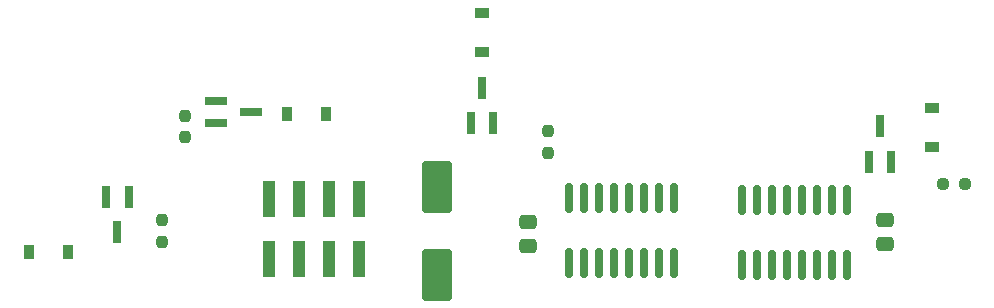
<source format=gbr>
%TF.GenerationSoftware,KiCad,Pcbnew,6.0.2+dfsg-1*%
%TF.CreationDate,2023-06-14T19:57:57+03:00*%
%TF.ProjectId,clock,636c6f63-6b2e-46b6-9963-61645f706362,rev?*%
%TF.SameCoordinates,Original*%
%TF.FileFunction,Paste,Bot*%
%TF.FilePolarity,Positive*%
%FSLAX46Y46*%
G04 Gerber Fmt 4.6, Leading zero omitted, Abs format (unit mm)*
G04 Created by KiCad (PCBNEW 6.0.2+dfsg-1) date 2023-06-14 19:57:57*
%MOMM*%
%LPD*%
G01*
G04 APERTURE LIST*
G04 Aperture macros list*
%AMRoundRect*
0 Rectangle with rounded corners*
0 $1 Rounding radius*
0 $2 $3 $4 $5 $6 $7 $8 $9 X,Y pos of 4 corners*
0 Add a 4 corners polygon primitive as box body*
4,1,4,$2,$3,$4,$5,$6,$7,$8,$9,$2,$3,0*
0 Add four circle primitives for the rounded corners*
1,1,$1+$1,$2,$3*
1,1,$1+$1,$4,$5*
1,1,$1+$1,$6,$7*
1,1,$1+$1,$8,$9*
0 Add four rect primitives between the rounded corners*
20,1,$1+$1,$2,$3,$4,$5,0*
20,1,$1+$1,$4,$5,$6,$7,0*
20,1,$1+$1,$6,$7,$8,$9,0*
20,1,$1+$1,$8,$9,$2,$3,0*%
G04 Aperture macros list end*
%ADD10R,1.200000X0.900000*%
%ADD11RoundRect,0.250000X0.475000X-0.337500X0.475000X0.337500X-0.475000X0.337500X-0.475000X-0.337500X0*%
%ADD12RoundRect,0.237500X0.237500X-0.250000X0.237500X0.250000X-0.237500X0.250000X-0.237500X-0.250000X0*%
%ADD13R,1.000000X3.150000*%
%ADD14RoundRect,0.150000X-0.150000X1.100000X-0.150000X-1.100000X0.150000X-1.100000X0.150000X1.100000X0*%
%ADD15R,0.800000X1.900000*%
%ADD16R,1.900000X0.800000*%
%ADD17R,0.900000X1.200000*%
%ADD18RoundRect,0.250000X1.000000X-1.950000X1.000000X1.950000X-1.000000X1.950000X-1.000000X-1.950000X0*%
%ADD19RoundRect,0.237500X0.250000X0.237500X-0.250000X0.237500X-0.250000X-0.237500X0.250000X-0.237500X0*%
G04 APERTURE END LIST*
D10*
%TO.C,D4*%
X145070000Y-82910000D03*
X145070000Y-86210000D03*
%TD*%
D11*
%TO.C,C4*%
X149000000Y-102700000D03*
X149000000Y-100625000D03*
%TD*%
D12*
%TO.C,R2*%
X119900000Y-93455000D03*
X119900000Y-91630000D03*
%TD*%
D13*
%TO.C,J1*%
X134670000Y-103755000D03*
X134670000Y-98705000D03*
X132130000Y-103755000D03*
X132130000Y-98705000D03*
X129590000Y-103755000D03*
X129590000Y-98705000D03*
X127050000Y-103755000D03*
X127050000Y-98705000D03*
%TD*%
D14*
%TO.C,U3*%
X167080000Y-98787500D03*
X168350000Y-98787500D03*
X169620000Y-98787500D03*
X170890000Y-98787500D03*
X172160000Y-98787500D03*
X173430000Y-98787500D03*
X174700000Y-98787500D03*
X175970000Y-98787500D03*
X175970000Y-104287500D03*
X174700000Y-104287500D03*
X173430000Y-104287500D03*
X172160000Y-104287500D03*
X170890000Y-104287500D03*
X169620000Y-104287500D03*
X168350000Y-104287500D03*
X167080000Y-104287500D03*
%TD*%
D10*
%TO.C,D5*%
X183140000Y-90970000D03*
X183140000Y-94270000D03*
%TD*%
D15*
%TO.C,Q1*%
X113260000Y-98520000D03*
X115160000Y-98520000D03*
X114210000Y-101520000D03*
%TD*%
%TO.C,Q3*%
X146030000Y-92280000D03*
X144130000Y-92280000D03*
X145080000Y-89280000D03*
%TD*%
D16*
%TO.C,Q2*%
X122530000Y-92300000D03*
X122530000Y-90400000D03*
X125530000Y-91350000D03*
%TD*%
D17*
%TO.C,D3*%
X131830000Y-91520000D03*
X128530000Y-91520000D03*
%TD*%
%TO.C,D2*%
X106720000Y-103150000D03*
X110020000Y-103150000D03*
%TD*%
D12*
%TO.C,R3*%
X150650000Y-94762500D03*
X150650000Y-92937500D03*
%TD*%
D11*
%TO.C,C5*%
X179225000Y-102512500D03*
X179225000Y-100437500D03*
%TD*%
D18*
%TO.C,C3*%
X141300000Y-105100000D03*
X141300000Y-97700000D03*
%TD*%
D14*
%TO.C,U6*%
X152480000Y-98625000D03*
X153750000Y-98625000D03*
X155020000Y-98625000D03*
X156290000Y-98625000D03*
X157560000Y-98625000D03*
X158830000Y-98625000D03*
X160100000Y-98625000D03*
X161370000Y-98625000D03*
X161370000Y-104125000D03*
X160100000Y-104125000D03*
X158830000Y-104125000D03*
X157560000Y-104125000D03*
X156290000Y-104125000D03*
X155020000Y-104125000D03*
X153750000Y-104125000D03*
X152480000Y-104125000D03*
%TD*%
D15*
%TO.C,Q4*%
X179730000Y-95530000D03*
X177830000Y-95530000D03*
X178780000Y-92530000D03*
%TD*%
D12*
%TO.C,R1*%
X118000000Y-102300000D03*
X118000000Y-100475000D03*
%TD*%
D19*
%TO.C,R4*%
X185952500Y-97410000D03*
X184127500Y-97410000D03*
%TD*%
M02*

</source>
